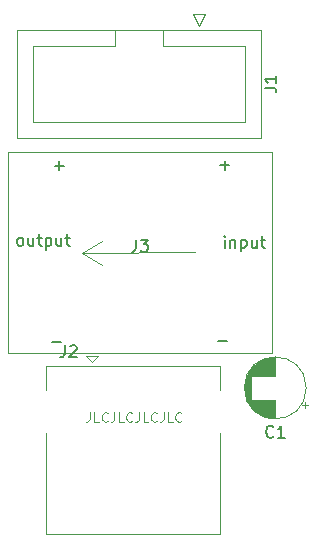
<source format=gbr>
%TF.GenerationSoftware,KiCad,Pcbnew,8.0.5*%
%TF.CreationDate,2024-12-20T11:43:52+13:00*%
%TF.ProjectId,eurorack_to_usb_MP1584EN,6575726f-7261-4636-9b5f-746f5f757362,rev?*%
%TF.SameCoordinates,Original*%
%TF.FileFunction,Legend,Top*%
%TF.FilePolarity,Positive*%
%FSLAX46Y46*%
G04 Gerber Fmt 4.6, Leading zero omitted, Abs format (unit mm)*
G04 Created by KiCad (PCBNEW 8.0.5) date 2024-12-20 11:43:52*
%MOMM*%
%LPD*%
G01*
G04 APERTURE LIST*
%ADD10C,0.037750*%
%ADD11C,0.150000*%
%ADD12C,0.120000*%
G04 APERTURE END LIST*
D10*
X144758571Y-109062758D02*
X144758571Y-109641329D01*
X144758571Y-109641329D02*
X144720000Y-109757044D01*
X144720000Y-109757044D02*
X144642857Y-109834187D01*
X144642857Y-109834187D02*
X144527143Y-109872758D01*
X144527143Y-109872758D02*
X144450000Y-109872758D01*
X145530000Y-109872758D02*
X145144286Y-109872758D01*
X145144286Y-109872758D02*
X145144286Y-109062758D01*
X146262857Y-109795615D02*
X146224285Y-109834187D01*
X146224285Y-109834187D02*
X146108571Y-109872758D01*
X146108571Y-109872758D02*
X146031428Y-109872758D01*
X146031428Y-109872758D02*
X145915714Y-109834187D01*
X145915714Y-109834187D02*
X145838571Y-109757044D01*
X145838571Y-109757044D02*
X145800000Y-109679901D01*
X145800000Y-109679901D02*
X145761428Y-109525615D01*
X145761428Y-109525615D02*
X145761428Y-109409901D01*
X145761428Y-109409901D02*
X145800000Y-109255615D01*
X145800000Y-109255615D02*
X145838571Y-109178472D01*
X145838571Y-109178472D02*
X145915714Y-109101329D01*
X145915714Y-109101329D02*
X146031428Y-109062758D01*
X146031428Y-109062758D02*
X146108571Y-109062758D01*
X146108571Y-109062758D02*
X146224285Y-109101329D01*
X146224285Y-109101329D02*
X146262857Y-109139901D01*
X146841428Y-109062758D02*
X146841428Y-109641329D01*
X146841428Y-109641329D02*
X146802857Y-109757044D01*
X146802857Y-109757044D02*
X146725714Y-109834187D01*
X146725714Y-109834187D02*
X146610000Y-109872758D01*
X146610000Y-109872758D02*
X146532857Y-109872758D01*
X147612857Y-109872758D02*
X147227143Y-109872758D01*
X147227143Y-109872758D02*
X147227143Y-109062758D01*
X148345714Y-109795615D02*
X148307142Y-109834187D01*
X148307142Y-109834187D02*
X148191428Y-109872758D01*
X148191428Y-109872758D02*
X148114285Y-109872758D01*
X148114285Y-109872758D02*
X147998571Y-109834187D01*
X147998571Y-109834187D02*
X147921428Y-109757044D01*
X147921428Y-109757044D02*
X147882857Y-109679901D01*
X147882857Y-109679901D02*
X147844285Y-109525615D01*
X147844285Y-109525615D02*
X147844285Y-109409901D01*
X147844285Y-109409901D02*
X147882857Y-109255615D01*
X147882857Y-109255615D02*
X147921428Y-109178472D01*
X147921428Y-109178472D02*
X147998571Y-109101329D01*
X147998571Y-109101329D02*
X148114285Y-109062758D01*
X148114285Y-109062758D02*
X148191428Y-109062758D01*
X148191428Y-109062758D02*
X148307142Y-109101329D01*
X148307142Y-109101329D02*
X148345714Y-109139901D01*
X148924285Y-109062758D02*
X148924285Y-109641329D01*
X148924285Y-109641329D02*
X148885714Y-109757044D01*
X148885714Y-109757044D02*
X148808571Y-109834187D01*
X148808571Y-109834187D02*
X148692857Y-109872758D01*
X148692857Y-109872758D02*
X148615714Y-109872758D01*
X149695714Y-109872758D02*
X149310000Y-109872758D01*
X149310000Y-109872758D02*
X149310000Y-109062758D01*
X150428571Y-109795615D02*
X150389999Y-109834187D01*
X150389999Y-109834187D02*
X150274285Y-109872758D01*
X150274285Y-109872758D02*
X150197142Y-109872758D01*
X150197142Y-109872758D02*
X150081428Y-109834187D01*
X150081428Y-109834187D02*
X150004285Y-109757044D01*
X150004285Y-109757044D02*
X149965714Y-109679901D01*
X149965714Y-109679901D02*
X149927142Y-109525615D01*
X149927142Y-109525615D02*
X149927142Y-109409901D01*
X149927142Y-109409901D02*
X149965714Y-109255615D01*
X149965714Y-109255615D02*
X150004285Y-109178472D01*
X150004285Y-109178472D02*
X150081428Y-109101329D01*
X150081428Y-109101329D02*
X150197142Y-109062758D01*
X150197142Y-109062758D02*
X150274285Y-109062758D01*
X150274285Y-109062758D02*
X150389999Y-109101329D01*
X150389999Y-109101329D02*
X150428571Y-109139901D01*
X151007142Y-109062758D02*
X151007142Y-109641329D01*
X151007142Y-109641329D02*
X150968571Y-109757044D01*
X150968571Y-109757044D02*
X150891428Y-109834187D01*
X150891428Y-109834187D02*
X150775714Y-109872758D01*
X150775714Y-109872758D02*
X150698571Y-109872758D01*
X151778571Y-109872758D02*
X151392857Y-109872758D01*
X151392857Y-109872758D02*
X151392857Y-109062758D01*
X152511428Y-109795615D02*
X152472856Y-109834187D01*
X152472856Y-109834187D02*
X152357142Y-109872758D01*
X152357142Y-109872758D02*
X152279999Y-109872758D01*
X152279999Y-109872758D02*
X152164285Y-109834187D01*
X152164285Y-109834187D02*
X152087142Y-109757044D01*
X152087142Y-109757044D02*
X152048571Y-109679901D01*
X152048571Y-109679901D02*
X152009999Y-109525615D01*
X152009999Y-109525615D02*
X152009999Y-109409901D01*
X152009999Y-109409901D02*
X152048571Y-109255615D01*
X152048571Y-109255615D02*
X152087142Y-109178472D01*
X152087142Y-109178472D02*
X152164285Y-109101329D01*
X152164285Y-109101329D02*
X152279999Y-109062758D01*
X152279999Y-109062758D02*
X152357142Y-109062758D01*
X152357142Y-109062758D02*
X152472856Y-109101329D01*
X152472856Y-109101329D02*
X152511428Y-109139901D01*
D11*
X142646666Y-103394819D02*
X142646666Y-104109104D01*
X142646666Y-104109104D02*
X142599047Y-104251961D01*
X142599047Y-104251961D02*
X142503809Y-104347200D01*
X142503809Y-104347200D02*
X142360952Y-104394819D01*
X142360952Y-104394819D02*
X142265714Y-104394819D01*
X143075238Y-103490057D02*
X143122857Y-103442438D01*
X143122857Y-103442438D02*
X143218095Y-103394819D01*
X143218095Y-103394819D02*
X143456190Y-103394819D01*
X143456190Y-103394819D02*
X143551428Y-103442438D01*
X143551428Y-103442438D02*
X143599047Y-103490057D01*
X143599047Y-103490057D02*
X143646666Y-103585295D01*
X143646666Y-103585295D02*
X143646666Y-103680533D01*
X143646666Y-103680533D02*
X143599047Y-103823390D01*
X143599047Y-103823390D02*
X143027619Y-104394819D01*
X143027619Y-104394819D02*
X143646666Y-104394819D01*
X160288445Y-111109580D02*
X160240826Y-111157200D01*
X160240826Y-111157200D02*
X160097969Y-111204819D01*
X160097969Y-111204819D02*
X160002731Y-111204819D01*
X160002731Y-111204819D02*
X159859874Y-111157200D01*
X159859874Y-111157200D02*
X159764636Y-111061961D01*
X159764636Y-111061961D02*
X159717017Y-110966723D01*
X159717017Y-110966723D02*
X159669398Y-110776247D01*
X159669398Y-110776247D02*
X159669398Y-110633390D01*
X159669398Y-110633390D02*
X159717017Y-110442914D01*
X159717017Y-110442914D02*
X159764636Y-110347676D01*
X159764636Y-110347676D02*
X159859874Y-110252438D01*
X159859874Y-110252438D02*
X160002731Y-110204819D01*
X160002731Y-110204819D02*
X160097969Y-110204819D01*
X160097969Y-110204819D02*
X160240826Y-110252438D01*
X160240826Y-110252438D02*
X160288445Y-110300057D01*
X161240826Y-111204819D02*
X160669398Y-111204819D01*
X160955112Y-111204819D02*
X160955112Y-110204819D01*
X160955112Y-110204819D02*
X160859874Y-110347676D01*
X160859874Y-110347676D02*
X160764636Y-110442914D01*
X160764636Y-110442914D02*
X160669398Y-110490533D01*
X148666666Y-94454819D02*
X148666666Y-95169104D01*
X148666666Y-95169104D02*
X148619047Y-95311961D01*
X148619047Y-95311961D02*
X148523809Y-95407200D01*
X148523809Y-95407200D02*
X148380952Y-95454819D01*
X148380952Y-95454819D02*
X148285714Y-95454819D01*
X149047619Y-94454819D02*
X149666666Y-94454819D01*
X149666666Y-94454819D02*
X149333333Y-94835771D01*
X149333333Y-94835771D02*
X149476190Y-94835771D01*
X149476190Y-94835771D02*
X149571428Y-94883390D01*
X149571428Y-94883390D02*
X149619047Y-94931009D01*
X149619047Y-94931009D02*
X149666666Y-95026247D01*
X149666666Y-95026247D02*
X149666666Y-95264342D01*
X149666666Y-95264342D02*
X149619047Y-95359580D01*
X149619047Y-95359580D02*
X149571428Y-95407200D01*
X149571428Y-95407200D02*
X149476190Y-95454819D01*
X149476190Y-95454819D02*
X149190476Y-95454819D01*
X149190476Y-95454819D02*
X149095238Y-95407200D01*
X149095238Y-95407200D02*
X149047619Y-95359580D01*
X156169379Y-95115819D02*
X156169379Y-94449152D01*
X156169379Y-94115819D02*
X156121760Y-94163438D01*
X156121760Y-94163438D02*
X156169379Y-94211057D01*
X156169379Y-94211057D02*
X156216998Y-94163438D01*
X156216998Y-94163438D02*
X156169379Y-94115819D01*
X156169379Y-94115819D02*
X156169379Y-94211057D01*
X156645569Y-94449152D02*
X156645569Y-95115819D01*
X156645569Y-94544390D02*
X156693188Y-94496771D01*
X156693188Y-94496771D02*
X156788426Y-94449152D01*
X156788426Y-94449152D02*
X156931283Y-94449152D01*
X156931283Y-94449152D02*
X157026521Y-94496771D01*
X157026521Y-94496771D02*
X157074140Y-94592009D01*
X157074140Y-94592009D02*
X157074140Y-95115819D01*
X157550331Y-94449152D02*
X157550331Y-95449152D01*
X157550331Y-94496771D02*
X157645569Y-94449152D01*
X157645569Y-94449152D02*
X157836045Y-94449152D01*
X157836045Y-94449152D02*
X157931283Y-94496771D01*
X157931283Y-94496771D02*
X157978902Y-94544390D01*
X157978902Y-94544390D02*
X158026521Y-94639628D01*
X158026521Y-94639628D02*
X158026521Y-94925342D01*
X158026521Y-94925342D02*
X157978902Y-95020580D01*
X157978902Y-95020580D02*
X157931283Y-95068200D01*
X157931283Y-95068200D02*
X157836045Y-95115819D01*
X157836045Y-95115819D02*
X157645569Y-95115819D01*
X157645569Y-95115819D02*
X157550331Y-95068200D01*
X158883664Y-94449152D02*
X158883664Y-95115819D01*
X158455093Y-94449152D02*
X158455093Y-94972961D01*
X158455093Y-94972961D02*
X158502712Y-95068200D01*
X158502712Y-95068200D02*
X158597950Y-95115819D01*
X158597950Y-95115819D02*
X158740807Y-95115819D01*
X158740807Y-95115819D02*
X158836045Y-95068200D01*
X158836045Y-95068200D02*
X158883664Y-95020580D01*
X159216998Y-94449152D02*
X159597950Y-94449152D01*
X159359855Y-94115819D02*
X159359855Y-94972961D01*
X159359855Y-94972961D02*
X159407474Y-95068200D01*
X159407474Y-95068200D02*
X159502712Y-95115819D01*
X159502712Y-95115819D02*
X159597950Y-95115819D01*
X155585179Y-103040666D02*
X156347084Y-103040666D01*
X141767579Y-88207066D02*
X142529484Y-88207066D01*
X142148531Y-88588019D02*
X142148531Y-87826114D01*
X138786236Y-94963419D02*
X138690998Y-94915800D01*
X138690998Y-94915800D02*
X138643379Y-94868180D01*
X138643379Y-94868180D02*
X138595760Y-94772942D01*
X138595760Y-94772942D02*
X138595760Y-94487228D01*
X138595760Y-94487228D02*
X138643379Y-94391990D01*
X138643379Y-94391990D02*
X138690998Y-94344371D01*
X138690998Y-94344371D02*
X138786236Y-94296752D01*
X138786236Y-94296752D02*
X138929093Y-94296752D01*
X138929093Y-94296752D02*
X139024331Y-94344371D01*
X139024331Y-94344371D02*
X139071950Y-94391990D01*
X139071950Y-94391990D02*
X139119569Y-94487228D01*
X139119569Y-94487228D02*
X139119569Y-94772942D01*
X139119569Y-94772942D02*
X139071950Y-94868180D01*
X139071950Y-94868180D02*
X139024331Y-94915800D01*
X139024331Y-94915800D02*
X138929093Y-94963419D01*
X138929093Y-94963419D02*
X138786236Y-94963419D01*
X139976712Y-94296752D02*
X139976712Y-94963419D01*
X139548141Y-94296752D02*
X139548141Y-94820561D01*
X139548141Y-94820561D02*
X139595760Y-94915800D01*
X139595760Y-94915800D02*
X139690998Y-94963419D01*
X139690998Y-94963419D02*
X139833855Y-94963419D01*
X139833855Y-94963419D02*
X139929093Y-94915800D01*
X139929093Y-94915800D02*
X139976712Y-94868180D01*
X140310046Y-94296752D02*
X140690998Y-94296752D01*
X140452903Y-93963419D02*
X140452903Y-94820561D01*
X140452903Y-94820561D02*
X140500522Y-94915800D01*
X140500522Y-94915800D02*
X140595760Y-94963419D01*
X140595760Y-94963419D02*
X140690998Y-94963419D01*
X141024332Y-94296752D02*
X141024332Y-95296752D01*
X141024332Y-94344371D02*
X141119570Y-94296752D01*
X141119570Y-94296752D02*
X141310046Y-94296752D01*
X141310046Y-94296752D02*
X141405284Y-94344371D01*
X141405284Y-94344371D02*
X141452903Y-94391990D01*
X141452903Y-94391990D02*
X141500522Y-94487228D01*
X141500522Y-94487228D02*
X141500522Y-94772942D01*
X141500522Y-94772942D02*
X141452903Y-94868180D01*
X141452903Y-94868180D02*
X141405284Y-94915800D01*
X141405284Y-94915800D02*
X141310046Y-94963419D01*
X141310046Y-94963419D02*
X141119570Y-94963419D01*
X141119570Y-94963419D02*
X141024332Y-94915800D01*
X142357665Y-94296752D02*
X142357665Y-94963419D01*
X141929094Y-94296752D02*
X141929094Y-94820561D01*
X141929094Y-94820561D02*
X141976713Y-94915800D01*
X141976713Y-94915800D02*
X142071951Y-94963419D01*
X142071951Y-94963419D02*
X142214808Y-94963419D01*
X142214808Y-94963419D02*
X142310046Y-94915800D01*
X142310046Y-94915800D02*
X142357665Y-94868180D01*
X142690999Y-94296752D02*
X143071951Y-94296752D01*
X142833856Y-93963419D02*
X142833856Y-94820561D01*
X142833856Y-94820561D02*
X142881475Y-94915800D01*
X142881475Y-94915800D02*
X142976713Y-94963419D01*
X142976713Y-94963419D02*
X143071951Y-94963419D01*
X141538979Y-103091466D02*
X142300884Y-103091466D01*
X155813779Y-88156266D02*
X156575684Y-88156266D01*
X156194731Y-88537219D02*
X156194731Y-87775314D01*
X159554819Y-81603333D02*
X160269104Y-81603333D01*
X160269104Y-81603333D02*
X160411961Y-81650952D01*
X160411961Y-81650952D02*
X160507200Y-81746190D01*
X160507200Y-81746190D02*
X160554819Y-81889047D01*
X160554819Y-81889047D02*
X160554819Y-81984285D01*
X160554819Y-80603333D02*
X160554819Y-81174761D01*
X160554819Y-80889047D02*
X159554819Y-80889047D01*
X159554819Y-80889047D02*
X159697676Y-80984285D01*
X159697676Y-80984285D02*
X159792914Y-81079523D01*
X159792914Y-81079523D02*
X159840533Y-81174761D01*
D12*
%TO.C,J2*%
X141070000Y-105170000D02*
X141070000Y-107150000D01*
X141070000Y-105170000D02*
X155790000Y-105170000D01*
X141070000Y-110850000D02*
X141070000Y-119390000D01*
X141070000Y-119390000D02*
X155790000Y-119390000D01*
X144430000Y-104290000D02*
X144930000Y-104790000D01*
X144930000Y-104790000D02*
X145430000Y-104290000D01*
X145430000Y-104290000D02*
X144430000Y-104290000D01*
X155790000Y-107150000D02*
X155790000Y-105170000D01*
X155790000Y-110850000D02*
X155790000Y-119390000D01*
%TO.C,C1*%
X157854112Y-107284000D02*
X157854112Y-106716000D01*
X157894112Y-107518000D02*
X157894112Y-106482000D01*
X157934112Y-107677000D02*
X157934112Y-106323000D01*
X157974112Y-107805000D02*
X157974112Y-106195000D01*
X158014112Y-107915000D02*
X158014112Y-106085000D01*
X158054112Y-108011000D02*
X158054112Y-105989000D01*
X158094112Y-108098000D02*
X158094112Y-105902000D01*
X158134112Y-108178000D02*
X158134112Y-105822000D01*
X158174112Y-108251000D02*
X158174112Y-105749000D01*
X158214112Y-108319000D02*
X158214112Y-105681000D01*
X158254112Y-108383000D02*
X158254112Y-105617000D01*
X158294112Y-108443000D02*
X158294112Y-105557000D01*
X158334112Y-108500000D02*
X158334112Y-105500000D01*
X158374112Y-108554000D02*
X158374112Y-105446000D01*
X158414112Y-108605000D02*
X158414112Y-105395000D01*
X158454112Y-105960000D02*
X158454112Y-105347000D01*
X158454112Y-108653000D02*
X158454112Y-108040000D01*
X158494112Y-105960000D02*
X158494112Y-105301000D01*
X158494112Y-108699000D02*
X158494112Y-108040000D01*
X158534112Y-105960000D02*
X158534112Y-105257000D01*
X158534112Y-108743000D02*
X158534112Y-108040000D01*
X158574112Y-105960000D02*
X158574112Y-105215000D01*
X158574112Y-108785000D02*
X158574112Y-108040000D01*
X158614112Y-105960000D02*
X158614112Y-105174000D01*
X158614112Y-108826000D02*
X158614112Y-108040000D01*
X158654112Y-105960000D02*
X158654112Y-105136000D01*
X158654112Y-108864000D02*
X158654112Y-108040000D01*
X158694112Y-105960000D02*
X158694112Y-105099000D01*
X158694112Y-108901000D02*
X158694112Y-108040000D01*
X158734112Y-105960000D02*
X158734112Y-105063000D01*
X158734112Y-108937000D02*
X158734112Y-108040000D01*
X158774112Y-105960000D02*
X158774112Y-105029000D01*
X158774112Y-108971000D02*
X158774112Y-108040000D01*
X158814112Y-105960000D02*
X158814112Y-104996000D01*
X158814112Y-109004000D02*
X158814112Y-108040000D01*
X158854112Y-105960000D02*
X158854112Y-104965000D01*
X158854112Y-109035000D02*
X158854112Y-108040000D01*
X158894112Y-105960000D02*
X158894112Y-104935000D01*
X158894112Y-109065000D02*
X158894112Y-108040000D01*
X158934112Y-105960000D02*
X158934112Y-104905000D01*
X158934112Y-109095000D02*
X158934112Y-108040000D01*
X158974112Y-105960000D02*
X158974112Y-104878000D01*
X158974112Y-109122000D02*
X158974112Y-108040000D01*
X159014112Y-105960000D02*
X159014112Y-104851000D01*
X159014112Y-109149000D02*
X159014112Y-108040000D01*
X159054112Y-105960000D02*
X159054112Y-104825000D01*
X159054112Y-109175000D02*
X159054112Y-108040000D01*
X159094112Y-105960000D02*
X159094112Y-104800000D01*
X159094112Y-109200000D02*
X159094112Y-108040000D01*
X159134112Y-105960000D02*
X159134112Y-104776000D01*
X159134112Y-109224000D02*
X159134112Y-108040000D01*
X159174112Y-105960000D02*
X159174112Y-104753000D01*
X159174112Y-109247000D02*
X159174112Y-108040000D01*
X159214112Y-105960000D02*
X159214112Y-104732000D01*
X159214112Y-109268000D02*
X159214112Y-108040000D01*
X159254112Y-105960000D02*
X159254112Y-104710000D01*
X159254112Y-109290000D02*
X159254112Y-108040000D01*
X159294112Y-105960000D02*
X159294112Y-104690000D01*
X159294112Y-109310000D02*
X159294112Y-108040000D01*
X159334112Y-105960000D02*
X159334112Y-104671000D01*
X159334112Y-109329000D02*
X159334112Y-108040000D01*
X159374112Y-105960000D02*
X159374112Y-104652000D01*
X159374112Y-109348000D02*
X159374112Y-108040000D01*
X159414112Y-105960000D02*
X159414112Y-104635000D01*
X159414112Y-109365000D02*
X159414112Y-108040000D01*
X159454112Y-105960000D02*
X159454112Y-104618000D01*
X159454112Y-109382000D02*
X159454112Y-108040000D01*
X159494112Y-105960000D02*
X159494112Y-104602000D01*
X159494112Y-109398000D02*
X159494112Y-108040000D01*
X159534112Y-105960000D02*
X159534112Y-104586000D01*
X159534112Y-109414000D02*
X159534112Y-108040000D01*
X159574112Y-105960000D02*
X159574112Y-104572000D01*
X159574112Y-109428000D02*
X159574112Y-108040000D01*
X159614112Y-105960000D02*
X159614112Y-104558000D01*
X159614112Y-109442000D02*
X159614112Y-108040000D01*
X159654112Y-105960000D02*
X159654112Y-104545000D01*
X159654112Y-109455000D02*
X159654112Y-108040000D01*
X159694112Y-105960000D02*
X159694112Y-104532000D01*
X159694112Y-109468000D02*
X159694112Y-108040000D01*
X159734112Y-105960000D02*
X159734112Y-104520000D01*
X159734112Y-109480000D02*
X159734112Y-108040000D01*
X159775112Y-105960000D02*
X159775112Y-104509000D01*
X159775112Y-109491000D02*
X159775112Y-108040000D01*
X159815112Y-105960000D02*
X159815112Y-104499000D01*
X159815112Y-109501000D02*
X159815112Y-108040000D01*
X159855112Y-105960000D02*
X159855112Y-104489000D01*
X159855112Y-109511000D02*
X159855112Y-108040000D01*
X159895112Y-105960000D02*
X159895112Y-104480000D01*
X159895112Y-109520000D02*
X159895112Y-108040000D01*
X159935112Y-105960000D02*
X159935112Y-104472000D01*
X159935112Y-109528000D02*
X159935112Y-108040000D01*
X159975112Y-105960000D02*
X159975112Y-104464000D01*
X159975112Y-109536000D02*
X159975112Y-108040000D01*
X160015112Y-105960000D02*
X160015112Y-104457000D01*
X160015112Y-109543000D02*
X160015112Y-108040000D01*
X160055112Y-105960000D02*
X160055112Y-104450000D01*
X160055112Y-109550000D02*
X160055112Y-108040000D01*
X160095112Y-105960000D02*
X160095112Y-104444000D01*
X160095112Y-109556000D02*
X160095112Y-108040000D01*
X160135112Y-105960000D02*
X160135112Y-104439000D01*
X160135112Y-109561000D02*
X160135112Y-108040000D01*
X160175112Y-105960000D02*
X160175112Y-104435000D01*
X160175112Y-109565000D02*
X160175112Y-108040000D01*
X160215112Y-105960000D02*
X160215112Y-104431000D01*
X160215112Y-109569000D02*
X160215112Y-108040000D01*
X160255112Y-105960000D02*
X160255112Y-104427000D01*
X160255112Y-109573000D02*
X160255112Y-108040000D01*
X160295112Y-105960000D02*
X160295112Y-104424000D01*
X160295112Y-109576000D02*
X160295112Y-108040000D01*
X160335112Y-105960000D02*
X160335112Y-104422000D01*
X160335112Y-109578000D02*
X160335112Y-108040000D01*
X160375112Y-105960000D02*
X160375112Y-104421000D01*
X160375112Y-109579000D02*
X160375112Y-108040000D01*
X160415112Y-105960000D02*
X160415112Y-104420000D01*
X160415112Y-109580000D02*
X160415112Y-108040000D01*
X160455112Y-105960000D02*
X160455112Y-104420000D01*
X160455112Y-109580000D02*
X160455112Y-108040000D01*
X163009887Y-108725000D02*
X163009887Y-108225000D01*
X163259887Y-108475000D02*
X162759887Y-108475000D01*
X163075112Y-107000000D02*
G75*
G02*
X157835112Y-107000000I-2620000J0D01*
G01*
X157835112Y-107000000D02*
G75*
G02*
X163075112Y-107000000I2620000J0D01*
G01*
%TO.C,J3*%
X144072400Y-95576200D02*
X145748800Y-94534800D01*
X144072400Y-95576200D02*
X145748800Y-96617600D01*
X153648200Y-95500000D02*
X144072400Y-95576200D01*
X137850000Y-87067200D02*
X160150000Y-87067200D01*
X160150000Y-104067200D01*
X137850000Y-104067200D01*
X137850000Y-87067200D01*
%TO.C,J1*%
X138630000Y-76710000D02*
X159210000Y-76710000D01*
X138630000Y-85830000D02*
X138630000Y-76710000D01*
X139930000Y-78020000D02*
X146870000Y-78020000D01*
X139930000Y-84520000D02*
X139930000Y-78020000D01*
X146870000Y-78020000D02*
X146870000Y-76710000D01*
X146870000Y-78020000D02*
X146870000Y-78020000D01*
X150970000Y-76710000D02*
X150970000Y-78020000D01*
X150970000Y-78020000D02*
X157910000Y-78020000D01*
X153500000Y-75320000D02*
X154000000Y-76320000D01*
X154000000Y-76320000D02*
X154500000Y-75320000D01*
X154500000Y-75320000D02*
X153500000Y-75320000D01*
X157910000Y-78020000D02*
X157910000Y-84520000D01*
X157910000Y-84520000D02*
X139930000Y-84520000D01*
X159210000Y-76710000D02*
X159210000Y-85830000D01*
X159210000Y-85830000D02*
X138630000Y-85830000D01*
%TD*%
M02*

</source>
